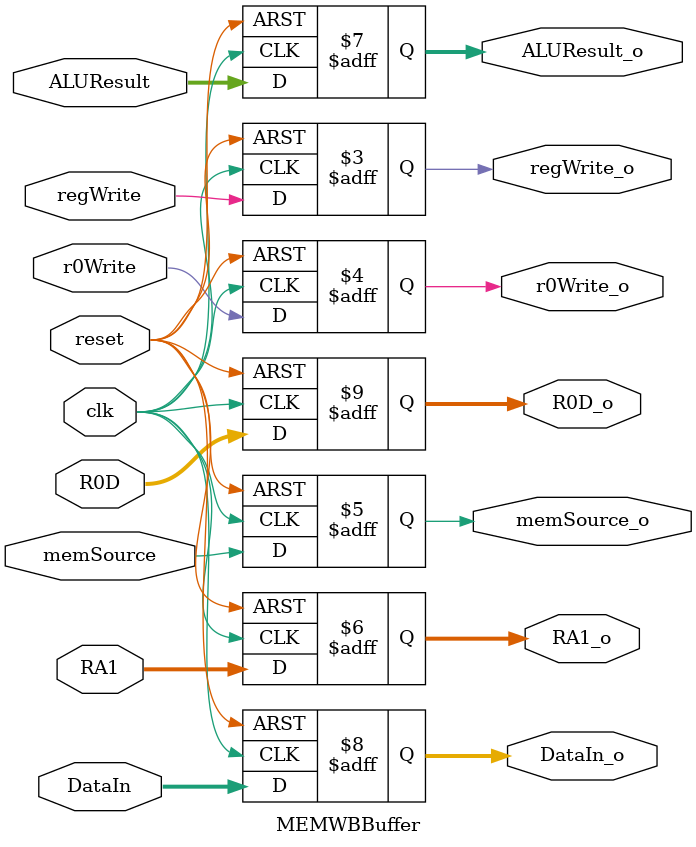
<source format=v>
module MEMWBBuffer(clk,reset,regWrite,r0Write,memSource,RA1,ALUResult,DataIn,R0D,regWrite_o,r0Write_o,memSource_o,RA1_o,ALUResult_o,DataIn_o,R0D_o);
	input clk,reset,regWrite,r0Write,memSource;
	input[3:0] RA1;
	input[15:0] ALUResult,DataIn,R0D;

	output reg regWrite_o,r0Write_o,memSource_o;
	output reg[3:0] RA1_o;
	output reg[15:0] ALUResult_o,DataIn_o,R0D_o;

	always @(posedge clk or negedge reset) begin
		if (!reset) begin
			regWrite_o <= 0;
			r0Write_o <= 0;
			memSource_o <= 0;
			RA1_o <= 0;
			ALUResult_o <= 0;
			DataIn_o <= 0;
			R0D_o <= 0;
		end
		else begin
			regWrite_o <= regWrite;
			r0Write_o <= r0Write;
			memSource_o <= memSource;
			RA1_o <= RA1;
			ALUResult_o <= ALUResult;
			DataIn_o <= DataIn;
			R0D_o <= R0D;
		end
	end
endmodule

</source>
